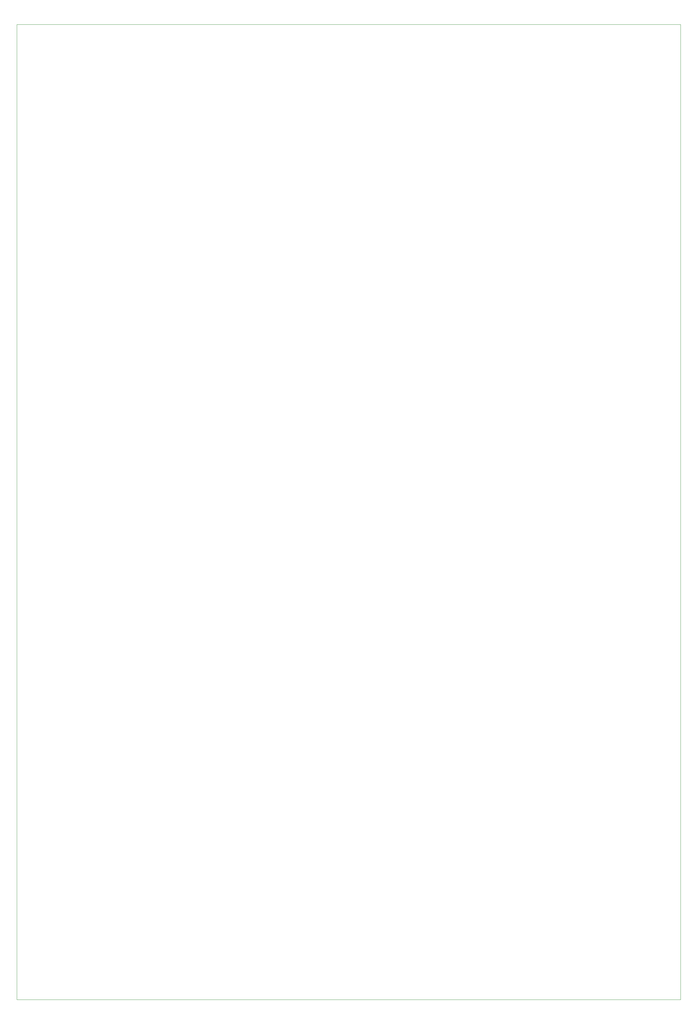
<source format=gbr>
%TF.GenerationSoftware,KiCad,Pcbnew,5.1.9*%
%TF.CreationDate,2021-03-03T15:04:46+01:00*%
%TF.ProjectId,mixer.pcb,6d697865-722e-4706-9362-2e6b69636164,0.2*%
%TF.SameCoordinates,Original*%
%TF.FileFunction,Profile,NP*%
%FSLAX46Y46*%
G04 Gerber Fmt 4.6, Leading zero omitted, Abs format (unit mm)*
G04 Created by KiCad (PCBNEW 5.1.9) date 2021-03-03 15:04:46*
%MOMM*%
%LPD*%
G01*
G04 APERTURE LIST*
%TA.AperFunction,Profile*%
%ADD10C,0.050000*%
%TD*%
G04 APERTURE END LIST*
D10*
X12700000Y-283210000D02*
X12700000Y-12700000D01*
X13970000Y-283210000D02*
X12700000Y-283210000D01*
X196850000Y-283210000D02*
X13970000Y-283210000D01*
X196850000Y-12700000D02*
X196850000Y-283210000D01*
X12700000Y-12700000D02*
X196850000Y-12700000D01*
M02*

</source>
